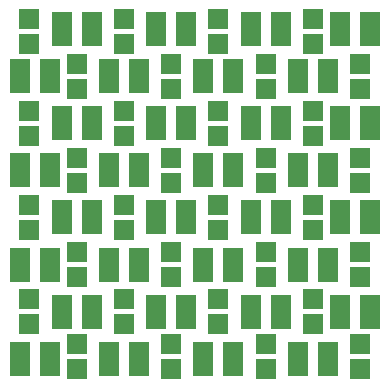
<source format=gts>
G04 (created by PCBNEW (2013-mar-13)-testing) date Tue 16 Sep 2014 11:53:17 AM PDT*
%MOIN*%
G04 Gerber Fmt 3.4, Leading zero omitted, Abs format*
%FSLAX34Y34*%
G01*
G70*
G90*
G04 APERTURE LIST*
%ADD10C,0.005906*%
%ADD11R,0.067200X0.067200*%
%ADD12R,0.070197X0.114488*%
G04 APERTURE END LIST*
G54D10*
G54D11*
X31810Y-32102D03*
X31810Y-31276D03*
X28660Y-32102D03*
X28660Y-31276D03*
X25512Y-32102D03*
X25512Y-31276D03*
X22362Y-32102D03*
X22362Y-31276D03*
X30235Y-30612D03*
X30235Y-29786D03*
X27087Y-30612D03*
X27087Y-29786D03*
X23937Y-30612D03*
X23937Y-29786D03*
X20787Y-30612D03*
X20787Y-29786D03*
X31810Y-29043D03*
X31810Y-28217D03*
X28660Y-29043D03*
X28660Y-28217D03*
X25512Y-29043D03*
X25512Y-28217D03*
X22362Y-29043D03*
X22362Y-28217D03*
X30235Y-27475D03*
X30235Y-26649D03*
X27087Y-27475D03*
X27087Y-26649D03*
X23937Y-27475D03*
X23937Y-26649D03*
X20787Y-27475D03*
X20787Y-26649D03*
X31810Y-25905D03*
X31810Y-25079D03*
X28660Y-25905D03*
X28660Y-25079D03*
X25512Y-25905D03*
X25512Y-25079D03*
X22362Y-25905D03*
X22362Y-25079D03*
X30235Y-24338D03*
X30235Y-23512D03*
X27087Y-24338D03*
X27087Y-23512D03*
X23937Y-24338D03*
X23937Y-23512D03*
X20787Y-24338D03*
X20787Y-23512D03*
X31810Y-22768D03*
X31810Y-21942D03*
X28660Y-22768D03*
X28660Y-21942D03*
X25512Y-22768D03*
X25512Y-21942D03*
X22362Y-22768D03*
X22362Y-21942D03*
X30235Y-21278D03*
X30235Y-20452D03*
X27087Y-21278D03*
X27087Y-20452D03*
X23937Y-21278D03*
X23937Y-20452D03*
X20787Y-21278D03*
X20787Y-20452D03*
G54D12*
X21864Y-20787D03*
X22859Y-20787D03*
X25014Y-20787D03*
X26009Y-20787D03*
X28163Y-20787D03*
X29158Y-20787D03*
X31136Y-20787D03*
X32130Y-20787D03*
X20467Y-22355D03*
X21461Y-22355D03*
X23439Y-22355D03*
X24434Y-22355D03*
X26589Y-22355D03*
X27584Y-22355D03*
X29738Y-22355D03*
X30733Y-22355D03*
X21864Y-23925D03*
X22859Y-23925D03*
X25014Y-23925D03*
X26009Y-23925D03*
X28163Y-23925D03*
X29158Y-23925D03*
X31136Y-23925D03*
X32130Y-23925D03*
X20467Y-25492D03*
X21461Y-25492D03*
X23439Y-25492D03*
X24434Y-25492D03*
X26589Y-25492D03*
X27584Y-25492D03*
X29738Y-25492D03*
X30733Y-25492D03*
X21864Y-27062D03*
X22859Y-27062D03*
X25014Y-27062D03*
X26009Y-27062D03*
X28163Y-27062D03*
X29158Y-27062D03*
X31136Y-27062D03*
X32130Y-27062D03*
X20467Y-28630D03*
X21461Y-28630D03*
X23439Y-28630D03*
X24434Y-28630D03*
X26589Y-28630D03*
X27584Y-28630D03*
X29738Y-28630D03*
X30733Y-28630D03*
X21864Y-30199D03*
X22859Y-30199D03*
X25014Y-30199D03*
X26009Y-30199D03*
X28163Y-30199D03*
X29158Y-30199D03*
X31136Y-30199D03*
X32130Y-30199D03*
X20467Y-31767D03*
X21461Y-31767D03*
X23439Y-31767D03*
X24434Y-31767D03*
X26589Y-31767D03*
X27584Y-31767D03*
X29738Y-31767D03*
X30733Y-31767D03*
M02*

</source>
